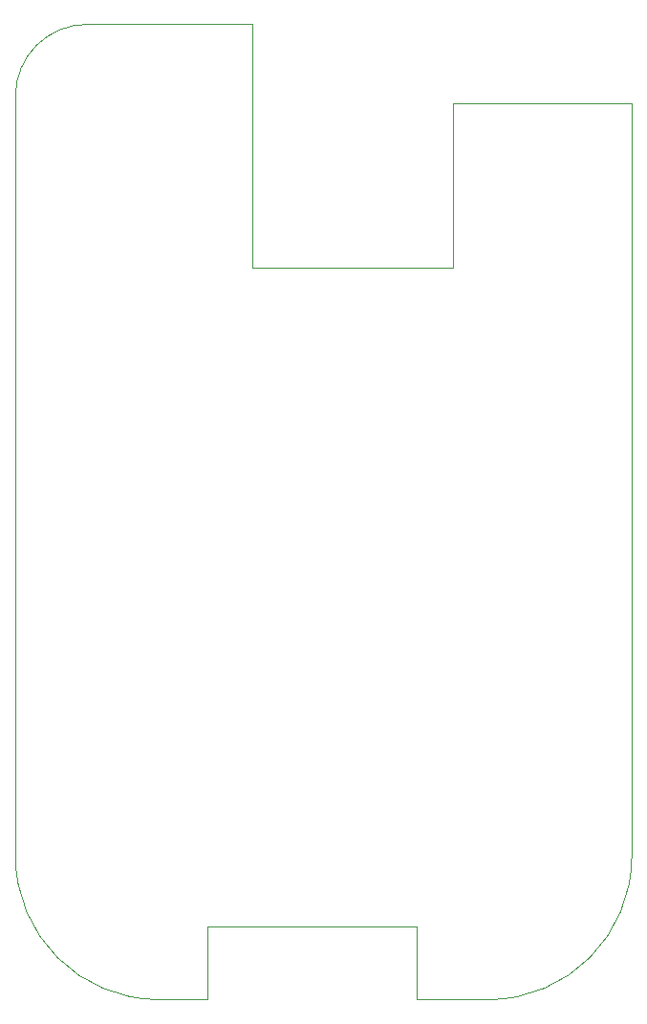
<source format=gbr>
%TF.GenerationSoftware,KiCad,Pcbnew,(5.1.7-0-10_14)*%
%TF.CreationDate,2020-11-18T23:57:46+08:00*%
%TF.ProjectId,bbb_zs3l,6262625f-7a73-4336-9c2e-6b696361645f,rev?*%
%TF.SameCoordinates,Original*%
%TF.FileFunction,Profile,NP*%
%FSLAX46Y46*%
G04 Gerber Fmt 4.6, Leading zero omitted, Abs format (unit mm)*
G04 Created by KiCad (PCBNEW (5.1.7-0-10_14)) date 2020-11-18 23:57:46*
%MOMM*%
%LPD*%
G01*
G04 APERTURE LIST*
%TA.AperFunction,Profile*%
%ADD10C,0.002540*%
%TD*%
G04 APERTURE END LIST*
D10*
X150000000Y-129057400D02*
X156375100Y-129057400D01*
X150000000Y-122552400D02*
X150000000Y-129057400D01*
X131500000Y-122552400D02*
X150000000Y-122552400D01*
X131500000Y-129057400D02*
X131500000Y-122552400D01*
X135420100Y-64287400D02*
X135420100Y-42697400D01*
X153200100Y-64287400D02*
X135420100Y-64287400D01*
X153200100Y-49682400D02*
X153200100Y-64287400D01*
X114465100Y-116357400D02*
G75*
G03*
X127165100Y-129057400I12700000J0D01*
G01*
X156375100Y-129057400D02*
G75*
G03*
X169075100Y-116357400I0J12700000D01*
G01*
X120815100Y-42697400D02*
G75*
G03*
X114465100Y-49047400I0J-6350000D01*
G01*
X135420100Y-42697400D02*
X120815100Y-42697400D01*
X169075100Y-49682400D02*
X153200100Y-49682400D01*
X169075100Y-116357400D02*
X169075100Y-49682400D01*
X127165100Y-129057400D02*
X131500000Y-129057400D01*
X114465100Y-49047400D02*
X114465100Y-116357400D01*
M02*

</source>
